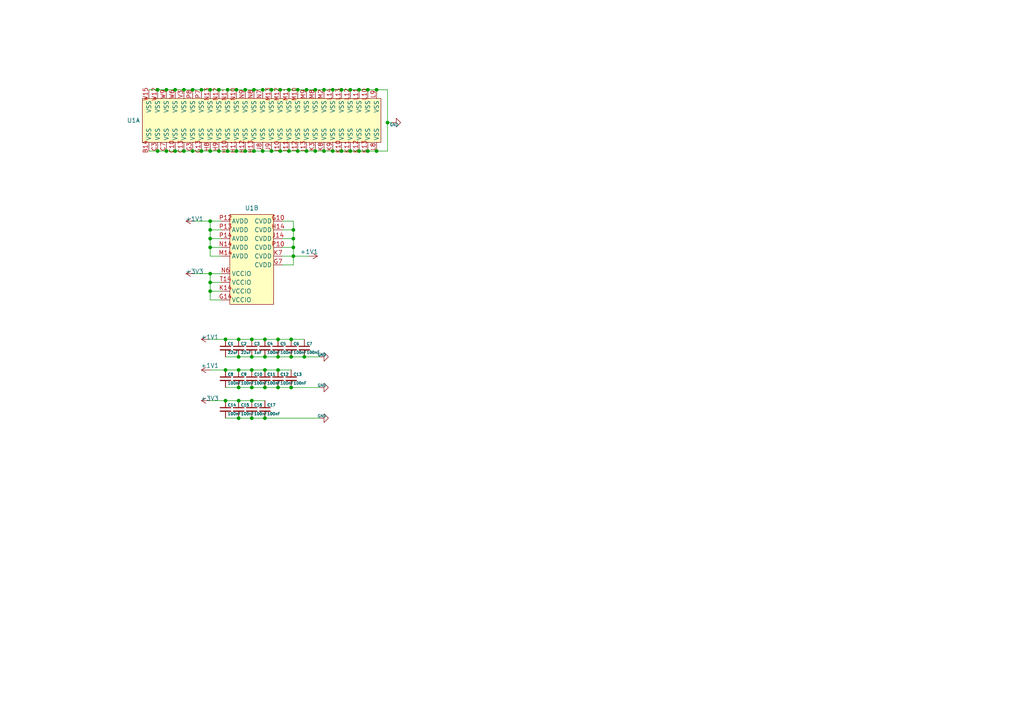
<source format=kicad_sch>
(kicad_sch (version 20230121) (generator eeschema)
  (paper "A4")
  (lib_symbols
    (symbol "Device:C_Small" (pin_numbers hide) (pin_names (offset 0.254) hide)
      (property "Reference" "C" (at 0.254 1.778 0))
      (property "Value" "C_Small" (at 0.254 -2.032 0))
      (symbol "C_Small_0_1"
        (polyline (pts (xy -1.524 -0.508) (xy 1.524 -0.508)) (stroke (width 0.3302)))
        (polyline (pts (xy -1.524 0.508) (xy 1.524 0.508)) (stroke (width 0.3048)))
      )
      (symbol "C_Small_1_1"
        (pin passive line (at 0 2.54 270) (length 2.032) (name "~") (number "1"))
        (pin passive line (at 0 -2.54 90) (length 2.032) (name "~") (number "2"))
      )
    )
    (symbol "Symbols:RK3128"
      (property "Reference" "U" (at 0 0 0))
      (symbol "RK3128_1_1"
        (rectangle (start -6.35 -1.27) (end 6.35 -70.485) (fill (type background)))
        (pin passive line (at -8.89 -3.175 0) (length 2.54) (name "VSS") (number "B14"))
        (pin passive line (at -8.89 -10.795 0) (length 2.54) (name "VSS") (number "C10"))
        (pin passive line (at -8.89 -13.335 0) (length 2.54) (name "VSS") (number "C13"))
        (pin passive line (at -8.89 -5.715 0) (length 2.54) (name "VSS") (number "C3"))
        (pin passive line (at -8.89 -8.255 0) (length 2.54) (name "VSS") (number "C7"))
        (pin passive line (at -8.89 -18.415 0) (length 2.54) (name "VSS") (number "G13"))
        (pin passive line (at -8.89 -15.875 0) (length 2.54) (name "VSS") (number "G3"))
        (pin passive line (at -8.89 -26.035 0) (length 2.54) (name "VSS") (number "H10"))
        (pin passive line (at -8.89 -28.575 0) (length 2.54) (name "VSS") (number "H11"))
        (pin passive line (at -8.89 -31.115 0) (length 2.54) (name "VSS") (number "H12"))
        (pin passive line (at -8.89 -33.655 0) (length 2.54) (name "VSS") (number "H13"))
        (pin passive line (at -8.89 -20.955 0) (length 2.54) (name "VSS") (number "H8"))
        (pin passive line (at -8.89 -23.495 0) (length 2.54) (name "VSS") (number "H9"))
        (pin passive line (at -8.89 -41.275 0) (length 2.54) (name "VSS") (number "J10"))
        (pin passive line (at -8.89 -43.815 0) (length 2.54) (name "VSS") (number "J11"))
        (pin passive line (at -8.89 -46.355 0) (length 2.54) (name "VSS") (number "J12"))
        (pin passive line (at -8.89 -48.895 0) (length 2.54) (name "VSS") (number "J13"))
        (pin passive line (at -8.89 -36.195 0) (length 2.54) (name "VSS") (number "J8"))
        (pin passive line (at -8.89 -38.735 0) (length 2.54) (name "VSS") (number "J9"))
        (pin passive line (at -8.89 -59.055 0) (length 2.54) (name "VSS") (number "K10"))
        (pin passive line (at -8.89 -61.595 0) (length 2.54) (name "VSS") (number "K11"))
        (pin passive line (at -8.89 -64.135 0) (length 2.54) (name "VSS") (number "K12"))
        (pin passive line (at -8.89 -66.675 0) (length 2.54) (name "VSS") (number "K13"))
        (pin passive line (at -8.89 -51.435 0) (length 2.54) (name "VSS") (number "K3"))
        (pin passive line (at -8.89 -53.975 0) (length 2.54) (name "VSS") (number "K8"))
        (pin passive line (at -8.89 -56.515 0) (length 2.54) (name "VSS") (number "K9"))
        (pin passive line (at 8.89 -66.675 180) (length 2.54) (name "VSS") (number "L10"))
        (pin passive line (at 8.89 -64.135 180) (length 2.54) (name "VSS") (number "L11"))
        (pin passive line (at 8.89 -61.595 180) (length 2.54) (name "VSS") (number "L12"))
        (pin passive line (at 8.89 -59.055 180) (length 2.54) (name "VSS") (number "L13"))
        (pin passive line (at 8.89 -56.515 180) (length 2.54) (name "VSS") (number "L14"))
        (pin passive line (at -8.89 -69.215 0) (length 2.54) (name "VSS") (number "L8"))
        (pin passive line (at 8.89 -69.215 180) (length 2.54) (name "VSS") (number "L9"))
        (pin passive line (at 8.89 -46.355 180) (length 2.54) (name "VSS") (number "M10"))
        (pin passive line (at 8.89 -43.815 180) (length 2.54) (name "VSS") (number "M11"))
        (pin passive line (at 8.89 -41.275 180) (length 2.54) (name "VSS") (number "M12"))
        (pin passive line (at 8.89 -38.735 180) (length 2.54) (name "VSS") (number "M13"))
        (pin passive line (at 8.89 -53.975 180) (length 2.54) (name "VSS") (number "M2"))
        (pin passive line (at 8.89 -51.435 180) (length 2.54) (name "VSS") (number "M8"))
        (pin passive line (at 8.89 -48.895 180) (length 2.54) (name "VSS") (number "M9"))
        (pin passive line (at 8.89 -28.575 180) (length 2.54) (name "VSS") (number "N10"))
        (pin passive line (at 8.89 -26.035 180) (length 2.54) (name "VSS") (number "N11"))
        (pin passive line (at 8.89 -23.495 180) (length 2.54) (name "VSS") (number "N12"))
        (pin passive line (at 8.89 -20.955 180) (length 2.54) (name "VSS") (number "N13"))
        (pin passive line (at 8.89 -36.195 180) (length 2.54) (name "VSS") (number "N7"))
        (pin passive line (at 8.89 -33.655 180) (length 2.54) (name "VSS") (number "N8"))
        (pin passive line (at 8.89 -31.115 180) (length 2.54) (name "VSS") (number "N9"))
        (pin passive line (at 8.89 -18.415 180) (length 2.54) (name "VSS") (number "P7"))
        (pin passive line (at 8.89 -15.875 180) (length 2.54) (name "VSS") (number "P8"))
        (pin passive line (at 8.89 -13.335 180) (length 2.54) (name "VSS") (number "V3"))
        (pin passive line (at 8.89 -5.715 180) (length 2.54) (name "VSS") (number "W12"))
        (pin passive line (at 8.89 -3.175 180) (length 2.54) (name "VSS") (number "W15"))
        (pin passive line (at 8.89 -10.795 180) (length 2.54) (name "VSS") (number "W6"))
        (pin passive line (at 8.89 -8.255 180) (length 2.54) (name "VSS") (number "W9"))
      )
      (symbol "RK3128_2_1"
        (rectangle (start -6.35 -1.27) (end 6.35 -27.305) (fill (type background)))
        (pin passive line (at 8.89 -3.175 180) (length 2.54) (name "CVDD") (number "G10"))
        (pin passive line (at -8.89 -26.035 0) (length 2.54) (name "VCCIO") (number "G14"))
        (pin passive line (at 8.89 -15.875 180) (length 2.54) (name "CVDD") (number "G7"))
        (pin passive line (at 8.89 -5.715 180) (length 2.54) (name "CVDD") (number "H14"))
        (pin passive line (at 8.89 -8.255 180) (length 2.54) (name "CVDD") (number "J14"))
        (pin passive line (at -8.89 -23.495 0) (length 2.54) (name "VCCIO") (number "K14"))
        (pin passive line (at 8.89 -13.335 180) (length 2.54) (name "CVDD") (number "K7"))
        (pin passive line (at -8.89 -13.335 0) (length 2.54) (name "AVDD") (number "M14"))
        (pin passive line (at -8.89 -10.795 0) (length 2.54) (name "AVDD") (number "N14"))
        (pin passive line (at -8.89 -18.415 0) (length 2.54) (name "VCCIO") (number "N6"))
        (pin passive line (at 8.89 -10.795 180) (length 2.54) (name "CVDD") (number "P10"))
        (pin passive line (at -8.89 -3.175 0) (length 2.54) (name "AVDD") (number "P12"))
        (pin passive line (at -8.89 -5.715 0) (length 2.54) (name "AVDD") (number "P13"))
        (pin passive line (at -8.89 -8.255 0) (length 2.54) (name "AVDD") (number "P14"))
        (pin passive line (at -8.89 -20.955 0) (length 2.54) (name "VCCIO") (number "T14"))
      )
    )
    (symbol "power:+1V1" (power) (pin_names (offset 0))
      (property "Value" "+1V1" (at 0 3.556 0))
      (symbol "+1V1_0_1"
        (polyline (pts (xy -0.762 1.27) (xy 0 2.54)))
        (polyline (pts (xy 0 0) (xy 0 2.54)))
        (polyline (pts (xy 0 2.54) (xy 0.762 1.27)))
      )
      (symbol "+1V1_1_1"
        (pin power_in line (at 0 0 90) (length 0) hide (name "+1V1") (number "1"))
      )
    )
    (symbol "power:+3V3" (power) (pin_names (offset 0))
      (property "Value" "+3V3" (at 0 3.556 0))
      (symbol "+3V3_0_1"
        (polyline (pts (xy -0.762 1.27) (xy 0 2.54)))
        (polyline (pts (xy 0 0) (xy 0 2.54)))
        (polyline (pts (xy 0 2.54) (xy 0.762 1.27)))
      )
      (symbol "+3V3_1_1"
        (pin power_in line (at 0 0 90) (length 0) hide (name "+3V3") (number "1"))
      )
    )
    (symbol "power:GND" (power) (pin_names (offset 0))
      (property "Value" "GND" (at 0 -3.81 0))
      (symbol "GND_0_1"
        (polyline (pts (xy 0 0) (xy 0 -1.27) (xy 1.27 -1.27) (xy 0 -2.54) (xy -1.27 -1.27) (xy 0 -1.27)))
      )
      (symbol "GND_1_1"
        (pin power_in line (at 0 0 270) (length 0) hide (name "GND") (number "1"))
      )
    )
  )
  (junction (at 73.025 116.205))
  (junction (at 48.26 26.035))
  (junction (at 99.06 26.035))
  (junction (at 69.215 107.315))
  (junction (at 76.835 107.315))
  (junction (at 91.44 26.035))
  (junction (at 88.9 26.035))
  (junction (at 84.455 103.505))
  (junction (at 80.645 103.505))
  (junction (at 60.96 26.035))
  (junction (at 73.025 107.315))
  (junction (at 53.34 26.035))
  (junction (at 81.28 43.815))
  (junction (at 60.96 84.455))
  (junction (at 78.74 26.035))
  (junction (at 88.9 43.815))
  (junction (at 96.52 43.815))
  (junction (at 80.645 112.395))
  (junction (at 106.68 43.815))
  (junction (at 60.96 66.675))
  (junction (at 76.2 26.035))
  (junction (at 85.09 71.755))
  (junction (at 73.025 112.395))
  (junction (at 71.12 43.815))
  (junction (at 66.04 43.815))
  (junction (at 60.96 71.755))
  (junction (at 63.5 26.035))
  (junction (at 45.72 43.815))
  (junction (at 55.88 26.035))
  (junction (at 45.72 26.035))
  (junction (at 60.96 79.375))
  (junction (at 69.215 121.285))
  (junction (at 50.8 26.035))
  (junction (at 99.06 43.815))
  (junction (at 104.14 26.035))
  (junction (at 76.835 112.395))
  (junction (at 69.215 103.505))
  (junction (at 60.96 43.815))
  (junction (at 63.5 43.815))
  (junction (at 73.025 98.425))
  (junction (at 58.42 43.815))
  (junction (at 48.26 43.815))
  (junction (at 84.455 98.425))
  (junction (at 81.28 26.035))
  (junction (at 91.44 43.815))
  (junction (at 73.66 26.035))
  (junction (at 73.66 43.815))
  (junction (at 65.405 98.425))
  (junction (at 69.215 112.395))
  (junction (at 68.58 43.815))
  (junction (at 68.58 26.035))
  (junction (at 93.98 26.035))
  (junction (at 65.405 116.205))
  (junction (at 55.88 43.815))
  (junction (at 109.22 43.815))
  (junction (at 101.6 26.035))
  (junction (at 71.12 26.035))
  (junction (at 66.04 26.035))
  (junction (at 86.36 26.035))
  (junction (at 84.455 112.395))
  (junction (at 83.82 26.035))
  (junction (at 86.36 43.815))
  (junction (at 104.14 43.815))
  (junction (at 50.8 43.815))
  (junction (at 76.2 43.815))
  (junction (at 60.96 69.215))
  (junction (at 80.645 107.315))
  (junction (at 53.34 43.815))
  (junction (at 60.96 64.135))
  (junction (at 106.68 26.035))
  (junction (at 85.09 69.215))
  (junction (at 93.98 43.815))
  (junction (at 88.265 103.505))
  (junction (at 85.09 74.295))
  (junction (at 80.645 98.425))
  (junction (at 76.835 121.285))
  (junction (at 96.52 26.035))
  (junction (at 65.405 107.315))
  (junction (at 78.74 43.815))
  (junction (at 69.215 98.425))
  (junction (at 69.215 116.205))
  (junction (at 73.025 121.285))
  (junction (at 83.82 43.815))
  (junction (at 76.835 98.425))
  (junction (at 58.42 26.035))
  (junction (at 85.09 66.675))
  (junction (at 73.025 103.505))
  (junction (at 101.6 43.815))
  (junction (at 60.96 81.915))
  (junction (at 112.395 35.56))
  (junction (at 76.835 103.505))
  (junction (at 109.22 26.035))
  (wire (pts (xy 85.09 64.135) (xy 85.09 66.675)))
  (wire (pts (xy 71.12 43.815) (xy 73.66 43.815)))
  (wire (pts (xy 65.405 116.205) (xy 69.215 116.205)))
  (wire (pts (xy 80.645 112.395) (xy 84.455 112.395)))
  (wire (pts (xy 84.455 103.505) (xy 88.265 103.505)))
  (wire (pts (xy 84.455 112.395) (xy 92.71 112.395)))
  (wire (pts (xy 56.515 79.375) (xy 60.96 79.375)))
  (wire (pts (xy 60.96 71.755) (xy 60.96 69.215)))
  (wire (pts (xy 85.09 74.295) (xy 81.915 74.295)))
  (wire (pts (xy 73.025 121.285) (xy 76.835 121.285)))
  (wire (pts (xy 112.395 35.56) (xy 112.395 26.035)))
  (wire (pts (xy 48.26 43.815) (xy 50.8 43.815)))
  (wire (pts (xy 106.68 26.035) (xy 109.22 26.035)))
  (wire (pts (xy 60.96 43.815) (xy 63.5 43.815)))
  (wire (pts (xy 60.96 86.995) (xy 64.135 86.995)))
  (wire (pts (xy 64.135 69.215) (xy 60.96 69.215)))
  (wire (pts (xy 53.34 26.035) (xy 55.88 26.035)))
  (wire (pts (xy 73.025 98.425) (xy 76.835 98.425)))
  (wire (pts (xy 81.28 26.035) (xy 83.82 26.035)))
  (wire (pts (xy 85.09 71.755) (xy 85.09 74.295)))
  (wire (pts (xy 78.74 26.035) (xy 81.28 26.035)))
  (wire (pts (xy 81.915 71.755) (xy 85.09 71.755)))
  (wire (pts (xy 106.68 43.815) (xy 109.22 43.815)))
  (wire (pts (xy 99.06 43.815) (xy 101.6 43.815)))
  (wire (pts (xy 101.6 26.035) (xy 104.14 26.035)))
  (wire (pts (xy 73.66 26.035) (xy 76.2 26.035)))
  (wire (pts (xy 66.04 43.815) (xy 68.58 43.815)))
  (wire (pts (xy 60.96 81.915) (xy 60.96 84.455)))
  (wire (pts (xy 85.09 66.675) (xy 85.09 69.215)))
  (wire (pts (xy 113.665 35.56) (xy 112.395 35.56)))
  (wire (pts (xy 81.915 66.675) (xy 85.09 66.675)))
  (wire (pts (xy 43.18 43.815) (xy 45.72 43.815)))
  (wire (pts (xy 63.5 43.815) (xy 66.04 43.815)))
  (wire (pts (xy 60.96 26.035) (xy 63.5 26.035)))
  (wire (pts (xy 80.645 107.315) (xy 84.455 107.315)))
  (wire (pts (xy 69.215 112.395) (xy 73.025 112.395)))
  (wire (pts (xy 53.34 43.815) (xy 55.88 43.815)))
  (wire (pts (xy 76.835 103.505) (xy 80.645 103.505)))
  (wire (pts (xy 68.58 26.035) (xy 71.12 26.035)))
  (wire (pts (xy 60.96 84.455) (xy 60.96 86.995)))
  (wire (pts (xy 60.96 107.315) (xy 65.405 107.315)))
  (wire (pts (xy 60.96 116.205) (xy 65.405 116.205)))
  (wire (pts (xy 68.58 43.815) (xy 71.12 43.815)))
  (wire (pts (xy 69.215 116.205) (xy 73.025 116.205)))
  (wire (pts (xy 66.04 26.035) (xy 68.58 26.035)))
  (wire (pts (xy 76.835 112.395) (xy 80.645 112.395)))
  (wire (pts (xy 88.9 43.815) (xy 91.44 43.815)))
  (wire (pts (xy 69.215 103.505) (xy 73.025 103.505)))
  (wire (pts (xy 60.96 79.375) (xy 64.135 79.375)))
  (wire (pts (xy 96.52 26.035) (xy 99.06 26.035)))
  (wire (pts (xy 45.72 26.035) (xy 48.26 26.035)))
  (wire (pts (xy 76.2 26.035) (xy 78.74 26.035)))
  (wire (pts (xy 86.36 43.815) (xy 88.9 43.815)))
  (wire (pts (xy 63.5 26.035) (xy 66.04 26.035)))
  (wire (pts (xy 73.025 112.395) (xy 76.835 112.395)))
  (wire (pts (xy 69.215 107.315) (xy 73.025 107.315)))
  (wire (pts (xy 76.835 121.285) (xy 92.71 121.285)))
  (wire (pts (xy 65.405 103.505) (xy 69.215 103.505)))
  (wire (pts (xy 91.44 26.035) (xy 93.98 26.035)))
  (wire (pts (xy 78.74 43.815) (xy 81.28 43.815)))
  (wire (pts (xy 81.915 64.135) (xy 85.09 64.135)))
  (wire (pts (xy 93.98 43.815) (xy 96.52 43.815)))
  (wire (pts (xy 80.645 103.505) (xy 84.455 103.505)))
  (wire (pts (xy 60.96 79.375) (xy 60.96 81.915)))
  (wire (pts (xy 69.215 121.285) (xy 73.025 121.285)))
  (wire (pts (xy 83.82 43.815) (xy 86.36 43.815)))
  (wire (pts (xy 48.26 26.035) (xy 50.8 26.035)))
  (wire (pts (xy 99.06 26.035) (xy 101.6 26.035)))
  (wire (pts (xy 60.96 98.425) (xy 65.405 98.425)))
  (wire (pts (xy 88.265 103.505) (xy 92.71 103.505)))
  (wire (pts (xy 96.52 43.815) (xy 99.06 43.815)))
  (wire (pts (xy 60.96 74.295) (xy 60.96 71.755)))
  (wire (pts (xy 76.2 43.815) (xy 78.74 43.815)))
  (wire (pts (xy 83.82 26.035) (xy 86.36 26.035)))
  (wire (pts (xy 64.135 71.755) (xy 60.96 71.755)))
  (wire (pts (xy 60.96 81.915) (xy 64.135 81.915)))
  (wire (pts (xy 69.215 98.425) (xy 73.025 98.425)))
  (wire (pts (xy 50.8 43.815) (xy 53.34 43.815)))
  (wire (pts (xy 58.42 26.035) (xy 60.96 26.035)))
  (wire (pts (xy 85.09 69.215) (xy 85.09 71.755)))
  (wire (pts (xy 93.98 26.035) (xy 96.52 26.035)))
  (wire (pts (xy 56.515 64.135) (xy 60.96 64.135)))
  (wire (pts (xy 73.025 107.315) (xy 76.835 107.315)))
  (wire (pts (xy 104.14 43.815) (xy 106.68 43.815)))
  (wire (pts (xy 76.835 107.315) (xy 80.645 107.315)))
  (wire (pts (xy 81.915 69.215) (xy 85.09 69.215)))
  (wire (pts (xy 60.96 69.215) (xy 60.96 66.675)))
  (wire (pts (xy 112.395 43.815) (xy 112.395 35.56)))
  (wire (pts (xy 91.44 43.815) (xy 93.98 43.815)))
  (wire (pts (xy 80.645 98.425) (xy 84.455 98.425)))
  (wire (pts (xy 43.18 26.035) (xy 45.72 26.035)))
  (wire (pts (xy 112.395 26.035) (xy 109.22 26.035)))
  (wire (pts (xy 84.455 98.425) (xy 88.265 98.425)))
  (wire (pts (xy 60.96 64.135) (xy 64.135 64.135)))
  (wire (pts (xy 55.88 43.815) (xy 58.42 43.815)))
  (wire (pts (xy 85.09 74.295) (xy 85.09 76.835)))
  (wire (pts (xy 65.405 107.315) (xy 69.215 107.315)))
  (wire (pts (xy 60.96 66.675) (xy 60.96 64.135)))
  (wire (pts (xy 64.135 74.295) (xy 60.96 74.295)))
  (wire (pts (xy 64.135 66.675) (xy 60.96 66.675)))
  (wire (pts (xy 81.28 43.815) (xy 83.82 43.815)))
  (wire (pts (xy 73.66 43.815) (xy 76.2 43.815)))
  (wire (pts (xy 89.535 74.295) (xy 85.09 74.295)))
  (wire (pts (xy 65.405 121.285) (xy 69.215 121.285)))
  (wire (pts (xy 45.72 43.815) (xy 48.26 43.815)))
  (wire (pts (xy 58.42 43.815) (xy 60.96 43.815)))
  (wire (pts (xy 73.025 103.505) (xy 76.835 103.505)))
  (wire (pts (xy 81.915 76.835) (xy 85.09 76.835)))
  (wire (pts (xy 76.835 98.425) (xy 80.645 98.425)))
  (wire (pts (xy 88.9 26.035) (xy 91.44 26.035)))
  (wire (pts (xy 60.96 84.455) (xy 64.135 84.455)))
  (wire (pts (xy 101.6 43.815) (xy 104.14 43.815)))
  (wire (pts (xy 50.8 26.035) (xy 53.34 26.035)))
  (wire (pts (xy 65.405 112.395) (xy 69.215 112.395)))
  (wire (pts (xy 73.025 116.205) (xy 76.835 116.205)))
  (wire (pts (xy 86.36 26.035) (xy 88.9 26.035)))
  (wire (pts (xy 104.14 26.035) (xy 106.68 26.035)))
  (wire (pts (xy 109.22 43.815) (xy 112.395 43.815)))
  (wire (pts (xy 55.88 26.035) (xy 58.42 26.035)))
  (wire (pts (xy 65.405 98.425) (xy 69.215 98.425)))
  (wire (pts (xy 71.12 26.035) (xy 73.66 26.035)))
  (symbol (lib_id "Device:C_Small") (at 88.265 100.965 0) (unit 1)
    (property "Reference" "C7" (at 88.9 99.695 0) (effects (font (size 0.8 0.8)) (justify left)))
    (property "Value" "100nF" (at 88.9 102.235 0) (effects (font (size 0.8 0.8)) (justify left)))
  )
  (symbol (lib_id "Device:C_Small") (at 65.405 118.745 0) (unit 1)
    (property "Reference" "C14" (at 66.04 117.475 0) (effects (font (size 0.8 0.8)) (justify left)))
    (property "Value" "100nF" (at 66.04 120.015 0) (effects (font (size 0.8 0.8)) (justify left)))
  )
  (symbol (lib_id "Device:C_Small") (at 76.835 118.745 0) (unit 1)
    (property "Reference" "C17" (at 77.47 117.475 0) (effects (font (size 0.8 0.8)) (justify left)))
    (property "Value" "100nF" (at 77.47 120.015 0) (effects (font (size 0.8 0.8)) (justify left)))
  )
  (symbol (lib_id "Device:C_Small") (at 69.215 100.965 0) (unit 1)
    (property "Reference" "C2" (at 69.85 99.695 0) (effects (font (size 0.8 0.8)) (justify left)))
    (property "Value" "22uF" (at 69.85 102.235 0) (effects (font (size 0.8 0.8)) (justify left)))
  )
  (symbol (lib_id "Device:C_Small") (at 73.025 109.855 0) (unit 1)
    (property "Reference" "C10" (at 73.66 108.585 0) (effects (font (size 0.8 0.8)) (justify left)))
    (property "Value" "100nF" (at 73.66 111.125 0) (effects (font (size 0.8 0.8)) (justify left)))
  )
  (symbol (lib_id "Device:C_Small") (at 84.455 109.855 0) (unit 1)
    (property "Reference" "C13" (at 85.09 108.585 0) (effects (font (size 0.8 0.8)) (justify left)))
    (property "Value" "100nF" (at 85.09 111.125 0) (effects (font (size 0.8 0.8)) (justify left)))
  )
  (symbol (lib_id "power:GND") (at 92.71 103.505 90) (unit 1)
    (property "Reference" "#PWR08" (effects hide))
    (property "Value" "GND" (at 92.075 102.87 90) (effects (font (size 0.8 0.8)) (justify right)))
  )
  (symbol (lib_id "Device:C_Small") (at 65.405 109.855 0) (unit 1)
    (property "Reference" "C8" (at 66.04 108.585 0) (effects (font (size 0.8 0.8)) (justify left)))
    (property "Value" "100nF" (at 66.04 111.125 0) (effects (font (size 0.8 0.8)) (justify left)))
  )
  (symbol (lib_id "power:+1V1") (at 60.96 107.315 90) (mirror x) (unit 1)
    (property "Reference" "#PWR06" (effects hide))
    (property "Value" "+1V1" (at 63.5 106.045 90) (effects (justify left)))
  )
  (symbol (lib_id "power:+1V1") (at 60.96 98.425 90) (unit 1)
    (property "Reference" "#PWR05" (effects hide))
    (property "Value" "+1V1" (at 63.5 97.79 90) (effects (justify left)))
  )
  (symbol (lib_id "Device:C_Small") (at 76.835 109.855 0) (unit 1)
    (property "Reference" "C11" (at 77.47 108.585 0) (effects (font (size 0.8 0.8)) (justify left)))
    (property "Value" "100nF" (at 77.47 111.125 0) (effects (font (size 0.8 0.8)) (justify left)))
  )
  (symbol (lib_id "Device:C_Small") (at 73.025 100.965 0) (unit 1)
    (property "Reference" "C3" (at 73.66 99.695 0) (effects (font (size 0.8 0.8)) (justify left)))
    (property "Value" "1uF" (at 73.66 102.235 0) (effects (font (size 0.8 0.8)) (justify left)))
  )
  (symbol (lib_id "Device:C_Small") (at 80.645 109.855 0) (unit 1)
    (property "Reference" "C12" (at 81.28 108.585 0) (effects (font (size 0.8 0.8)) (justify left)))
    (property "Value" "100nF" (at 81.28 111.125 0) (effects (font (size 0.8 0.8)) (justify left)))
  )
  (symbol (lib_id "Symbols:RK3128") (at 40.005 34.925 90) (unit 1)
    (property "Reference" "U1" (at 40.64 34.925 90) (effects (justify left)))
    (property "Value" "~" (at 40.005 34.925 0))
  )
  (symbol (lib_id "power:GND") (at 92.71 112.395 90) (unit 1)
    (property "Reference" "#PWR09" (effects hide))
    (property "Value" "GND" (at 92.075 111.76 90) (effects (font (size 0.8 0.8)) (justify right)))
  )
  (symbol (lib_id "Device:C_Small") (at 69.215 109.855 0) (unit 1)
    (property "Reference" "C9" (at 69.85 108.585 0) (effects (font (size 0.8 0.8)) (justify left)))
    (property "Value" "100nF" (at 69.85 111.125 0) (effects (font (size 0.8 0.8)) (justify left)))
  )
  (symbol (lib_id "Symbols:RK3128") (at 73.025 60.96 0) (unit 2)
    (property "Reference" "U1" (at 73.025 60.325 0))
    (property "Value" "~" (at 73.025 60.96 0))
  )
  (symbol (lib_id "Device:C_Small") (at 69.215 118.745 0) (unit 1)
    (property "Reference" "C15" (at 69.85 117.475 0) (effects (font (size 0.8 0.8)) (justify left)))
    (property "Value" "100nF" (at 69.85 120.015 0) (effects (font (size 0.8 0.8)) (justify left)))
  )
  (symbol (lib_id "Device:C_Small") (at 84.455 100.965 0) (unit 1)
    (property "Reference" "C6" (at 85.09 99.695 0) (effects (font (size 0.8 0.8)) (justify left)))
    (property "Value" "100nF" (at 85.09 102.235 0) (effects (font (size 0.8 0.8)) (justify left)))
  )
  (symbol (lib_id "power:GND") (at 92.71 121.285 90) (unit 1)
    (property "Reference" "#PWR010" (effects hide))
    (property "Value" "GND" (at 92.075 120.65 90) (effects (font (size 0.8 0.8)) (justify right)))
  )
  (symbol (lib_id "Device:C_Small") (at 65.405 100.965 0) (unit 1)
    (property "Reference" "C1" (at 66.04 99.695 0) (effects (font (size 0.8 0.8)) (justify left)))
    (property "Value" "22uF" (at 66.04 102.235 0) (effects (font (size 0.8 0.8)) (justify left)))
  )
  (symbol (lib_id "power:+1V1") (at 89.535 74.295 270) (unit 1)
    (property "Reference" "#PWR03" (effects hide))
    (property "Value" "+1V1" (at 86.995 73.025 90) (effects (justify left)))
  )
  (symbol (lib_id "power:+1V1") (at 56.515 64.135 90) (unit 1)
    (property "Reference" "#PWR02" (effects hide))
    (property "Value" "+1V1" (at 59.055 63.5 90) (effects (justify left)))
  )
  (symbol (lib_id "Device:C_Small") (at 73.025 118.745 0) (unit 1)
    (property "Reference" "C16" (at 73.66 117.475 0) (effects (font (size 0.8 0.8)) (justify left)))
    (property "Value" "100nF" (at 73.66 120.015 0) (effects (font (size 0.8 0.8)) (justify left)))
  )
  (symbol (lib_id "Device:C_Small") (at 76.835 100.965 0) (unit 1)
    (property "Reference" "C4" (at 77.47 99.695 0) (effects (font (size 0.8 0.8)) (justify left)))
    (property "Value" "100nF" (at 77.47 102.235 0) (effects (font (size 0.8 0.8)) (justify left)))
  )
  (symbol (lib_id "Device:C_Small") (at 80.645 100.965 0) (unit 1)
    (property "Reference" "C5" (at 81.28 99.695 0) (effects (font (size 0.8 0.8)) (justify left)))
    (property "Value" "100nF" (at 81.28 102.235 0) (effects (font (size 0.8 0.8)) (justify left)))
  )
  (symbol (lib_id "power:+3V3") (at 56.515 79.375 90) (unit 1)
    (property "Reference" "#PWR04" (effects hide))
    (property "Value" "+3V3" (at 59.055 78.74 90) (effects (justify left)))
  )
  (symbol (lib_id "power:GND") (at 113.665 35.56 90) (unit 1)
    (property "Reference" "#PWR01" (effects hide))
    (property "Value" "GND" (at 113.03 36.195 90) (effects (font (size 0.8 0.8)) (justify right)))
  )
  (symbol (lib_id "power:+3V3") (at 60.96 116.205 90) (unit 1)
    (property "Reference" "#PWR07" (effects hide))
    (property "Value" "+3V3" (at 63.5 115.57 90) (effects (justify left)))
  )
)
</source>
